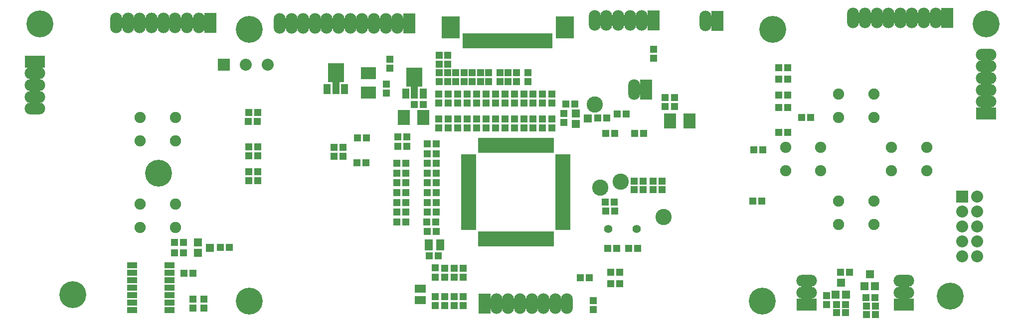
<source format=gts>
G04 (created by PCBNEW-RS274X (2011-07-04 BZR 3037)-stable) date 8/07/2011 2:08:27 p.m.*
G01*
G70*
G90*
%MOIN*%
G04 Gerber Fmt 3.4, Leading zero omitted, Abs format*
%FSLAX34Y34*%
G04 APERTURE LIST*
%ADD10C,0.006000*%
%ADD11R,0.080000X0.080000*%
%ADD12C,0.080000*%
%ADD13O,0.079100X0.138100*%
%ADD14R,0.079100X0.138100*%
%ADD15O,0.138100X0.079100*%
%ADD16R,0.138100X0.079100*%
%ADD17C,0.075000*%
%ADD18R,0.030000X0.100000*%
%ADD19R,0.120000X0.150000*%
%ADD20R,0.047600X0.067200*%
%ADD21R,0.047600X0.098700*%
%ADD22R,0.106600X0.130300*%
%ADD23R,0.055000X0.075000*%
%ADD24C,0.180000*%
%ADD25R,0.100000X0.080000*%
%ADD26R,0.080000X0.100000*%
%ADD27R,0.037700X0.098700*%
%ADD28R,0.098700X0.037700*%
%ADD29R,0.065000X0.040000*%
%ADD30R,0.075000X0.055000*%
%ADD31R,0.045000X0.051500*%
%ADD32R,0.051500X0.045000*%
%ADD33C,0.108600*%
%ADD34C,0.055000*%
%ADD35R,0.056000X0.056000*%
G04 APERTURE END LIST*
G54D10*
G54D11*
X25784Y-16150D03*
G54D12*
X27260Y-16150D03*
X28736Y-16150D03*
G54D13*
X44804Y-32165D03*
X44017Y-32165D03*
G54D14*
X43229Y-32165D03*
G54D13*
X45591Y-32165D03*
X46379Y-32165D03*
X47166Y-32165D03*
X47953Y-32165D03*
X48740Y-32165D03*
G54D15*
X71260Y-30630D03*
X71260Y-31417D03*
G54D16*
X71260Y-32205D03*
G54D15*
X64763Y-30630D03*
X64763Y-31417D03*
G54D16*
X64763Y-32205D03*
G54D13*
X57992Y-13228D03*
G54D14*
X58780Y-13228D03*
G54D17*
X66890Y-26850D03*
X66890Y-25276D03*
X69252Y-26850D03*
X69252Y-25276D03*
X70433Y-23267D03*
X70433Y-21693D03*
X72795Y-23267D03*
X72795Y-21693D03*
X66890Y-19684D03*
X66890Y-18110D03*
X69252Y-19684D03*
X69252Y-18110D03*
G54D13*
X36614Y-13386D03*
X37402Y-13386D03*
G54D14*
X38189Y-13386D03*
G54D13*
X35827Y-13386D03*
X35039Y-13386D03*
X34252Y-13386D03*
X33465Y-13386D03*
X32677Y-13386D03*
X31890Y-13386D03*
X31102Y-13386D03*
X30315Y-13386D03*
X29528Y-13386D03*
X23326Y-13347D03*
X24113Y-13347D03*
G54D14*
X24901Y-13347D03*
G54D13*
X22539Y-13347D03*
X21751Y-13347D03*
X20964Y-13347D03*
X20177Y-13347D03*
X19390Y-13347D03*
X18602Y-13347D03*
X72598Y-13031D03*
X73385Y-13031D03*
G54D14*
X74173Y-13031D03*
G54D13*
X71811Y-13031D03*
X71023Y-13031D03*
X70236Y-13031D03*
X69449Y-13031D03*
X68662Y-13031D03*
X67874Y-13031D03*
G54D15*
X76772Y-17835D03*
X76772Y-18622D03*
G54D16*
X76772Y-19410D03*
G54D15*
X76772Y-17048D03*
X76772Y-16260D03*
X76772Y-15473D03*
G54D13*
X52952Y-13189D03*
X53739Y-13189D03*
G54D14*
X54527Y-13189D03*
G54D13*
X52165Y-13189D03*
X51377Y-13189D03*
X50590Y-13189D03*
G54D15*
X13150Y-17520D03*
X13150Y-16733D03*
G54D16*
X13150Y-15945D03*
G54D15*
X13150Y-18307D03*
X13150Y-19095D03*
G54D18*
X43878Y-14547D03*
X44078Y-14547D03*
X44273Y-14547D03*
X44468Y-14547D03*
X44668Y-14547D03*
X44863Y-14547D03*
X45058Y-14547D03*
X45258Y-14547D03*
X45453Y-14547D03*
X45648Y-14547D03*
X43681Y-14547D03*
X45848Y-14547D03*
X46043Y-14547D03*
X43484Y-14547D03*
X47618Y-14547D03*
X46238Y-14547D03*
X46438Y-14547D03*
X46633Y-14547D03*
X46828Y-14547D03*
X47028Y-14547D03*
X47223Y-14547D03*
X47418Y-14547D03*
X43287Y-14547D03*
X43091Y-14547D03*
X42894Y-14547D03*
X42697Y-14547D03*
X42500Y-14547D03*
X42303Y-14547D03*
X42106Y-14547D03*
X41909Y-14547D03*
G54D19*
X48588Y-13667D03*
X40958Y-13667D03*
G54D20*
X37952Y-18071D03*
G54D21*
X38543Y-17914D03*
G54D20*
X39134Y-18071D03*
G54D22*
X38543Y-16969D03*
G54D23*
X40257Y-28228D03*
X39507Y-28228D03*
G54D24*
X61811Y-31969D03*
X62480Y-13780D03*
X27480Y-31969D03*
X27480Y-13780D03*
X21417Y-23425D03*
G54D20*
X32696Y-17776D03*
G54D21*
X33287Y-17619D03*
G54D20*
X33878Y-17776D03*
G54D22*
X33287Y-16674D03*
G54D11*
X75150Y-24988D03*
G54D12*
X76150Y-24988D03*
X75150Y-25988D03*
X76150Y-25988D03*
X75150Y-26988D03*
X76150Y-26988D03*
X75150Y-27988D03*
X76150Y-27988D03*
X75150Y-28988D03*
X76150Y-28988D03*
G54D25*
X35473Y-16711D03*
X35473Y-18011D03*
G54D26*
X37834Y-19685D03*
X39134Y-19685D03*
G54D27*
X45159Y-27831D03*
X44844Y-27831D03*
X44529Y-27831D03*
X44214Y-27831D03*
X43899Y-27831D03*
X43584Y-27831D03*
X43269Y-27831D03*
X42954Y-27831D03*
X47682Y-27831D03*
X47682Y-21535D03*
X42954Y-21535D03*
X45477Y-27831D03*
X45792Y-27831D03*
X46107Y-27831D03*
X46422Y-27831D03*
X46737Y-27831D03*
X47052Y-27831D03*
X47367Y-27831D03*
X47367Y-21535D03*
X47052Y-21535D03*
X46737Y-21535D03*
X46422Y-21535D03*
X46107Y-21535D03*
X45792Y-21535D03*
X45477Y-21535D03*
X45159Y-21535D03*
X44844Y-21535D03*
X44529Y-21535D03*
X44214Y-21535D03*
X43899Y-21535D03*
X43584Y-21535D03*
X43269Y-21535D03*
G54D28*
X42166Y-27047D03*
X42166Y-26733D03*
X42166Y-26417D03*
X42166Y-26103D03*
X42166Y-25787D03*
X42166Y-25473D03*
X42166Y-24527D03*
X42166Y-23897D03*
X42166Y-23583D03*
X42166Y-25157D03*
X42166Y-24843D03*
X42166Y-24213D03*
X42166Y-23267D03*
X42166Y-22953D03*
X42166Y-22637D03*
X42166Y-22323D03*
X48466Y-27047D03*
X48466Y-26733D03*
X48466Y-26417D03*
X48466Y-26103D03*
X48466Y-25787D03*
X48466Y-25473D03*
X48466Y-25157D03*
X48466Y-24843D03*
X48466Y-24527D03*
X48466Y-24213D03*
X48466Y-23897D03*
X48466Y-23583D03*
X48466Y-23267D03*
X48466Y-22953D03*
X48466Y-22637D03*
X48466Y-22323D03*
G54D29*
X22167Y-32574D03*
X22167Y-32074D03*
X22167Y-31574D03*
X22167Y-31074D03*
X22167Y-30574D03*
X22167Y-30074D03*
X22167Y-29574D03*
X19667Y-29574D03*
X19667Y-30074D03*
X19667Y-31074D03*
X19667Y-31574D03*
X19667Y-32074D03*
X19667Y-32574D03*
X19667Y-30574D03*
G54D30*
X38917Y-31910D03*
X38917Y-31160D03*
G54D31*
X37977Y-26683D03*
X37377Y-26683D03*
X37977Y-26033D03*
X37377Y-26033D03*
X37977Y-24065D03*
X37377Y-24065D03*
X37977Y-22756D03*
X37377Y-22756D03*
X38539Y-18819D03*
X39139Y-18819D03*
X37977Y-25384D03*
X37377Y-25384D03*
X37977Y-24724D03*
X37377Y-24724D03*
X37977Y-23406D03*
X37377Y-23406D03*
X38017Y-21614D03*
X37417Y-21614D03*
X53450Y-28465D03*
X52850Y-28465D03*
X51472Y-28465D03*
X52072Y-28465D03*
G54D32*
X36654Y-17455D03*
X36654Y-18055D03*
G54D31*
X40143Y-28937D03*
X39543Y-28937D03*
G54D32*
X24449Y-32466D03*
X24449Y-31866D03*
G54D31*
X52102Y-19449D03*
X52702Y-19449D03*
X39985Y-27323D03*
X39385Y-27323D03*
G54D32*
X36890Y-15801D03*
X36890Y-16401D03*
G54D31*
X33765Y-22283D03*
X33165Y-22283D03*
G54D32*
X39921Y-31669D03*
X39921Y-32269D03*
X40551Y-31669D03*
X40551Y-32269D03*
X50512Y-31944D03*
X50512Y-32544D03*
G54D31*
X33765Y-21693D03*
X33165Y-21693D03*
X53264Y-20748D03*
X53864Y-20748D03*
G54D32*
X41181Y-31669D03*
X41181Y-32269D03*
X41811Y-31669D03*
X41811Y-32269D03*
X46142Y-16669D03*
X46142Y-17269D03*
X44251Y-16669D03*
X44251Y-17269D03*
X42953Y-16669D03*
X42953Y-17269D03*
X41850Y-16669D03*
X41850Y-17269D03*
X43504Y-16669D03*
X43504Y-17269D03*
X42402Y-16669D03*
X42402Y-17269D03*
X41299Y-16669D03*
X41299Y-17269D03*
X45354Y-17269D03*
X45354Y-16669D03*
X44803Y-16669D03*
X44803Y-17269D03*
G54D31*
X37417Y-20984D03*
X38017Y-20984D03*
X39385Y-21457D03*
X39985Y-21457D03*
X39975Y-26683D03*
X39375Y-26683D03*
X39985Y-25384D03*
X39385Y-25384D03*
X39985Y-24065D03*
X39385Y-24065D03*
X39985Y-22756D03*
X39385Y-22756D03*
G54D32*
X41181Y-29779D03*
X41181Y-30379D03*
G54D31*
X39985Y-26033D03*
X39385Y-26033D03*
X39986Y-24724D03*
X39386Y-24724D03*
X39985Y-23406D03*
X39385Y-23406D03*
X39985Y-22106D03*
X39385Y-22106D03*
X51304Y-25335D03*
X51904Y-25335D03*
X54493Y-23947D03*
X55093Y-23947D03*
G54D32*
X39921Y-29764D03*
X39921Y-30379D03*
X40551Y-29779D03*
X40551Y-30379D03*
X41811Y-29779D03*
X41811Y-30379D03*
G54D31*
X51314Y-25935D03*
X51914Y-25935D03*
X54493Y-24508D03*
X55093Y-24508D03*
X52249Y-30826D03*
X51649Y-30826D03*
X49621Y-30413D03*
X50221Y-30413D03*
X23726Y-30118D03*
X23126Y-30118D03*
G54D32*
X23740Y-32466D03*
X23740Y-31866D03*
G54D31*
X50803Y-19724D03*
X51403Y-19724D03*
G54D32*
X48543Y-20024D03*
X48543Y-19424D03*
G54D31*
X49276Y-18780D03*
X48676Y-18780D03*
G54D32*
X40748Y-15527D03*
X40748Y-16127D03*
X40748Y-17269D03*
X40748Y-16669D03*
X40197Y-17269D03*
X40197Y-16669D03*
X40197Y-15526D03*
X40197Y-16126D03*
X40177Y-19779D03*
X40177Y-20379D03*
X41437Y-19779D03*
X41437Y-20379D03*
X42697Y-19779D03*
X42697Y-20379D03*
X43957Y-19779D03*
X43957Y-20379D03*
X40177Y-18125D03*
X40177Y-18725D03*
X41437Y-18125D03*
X41437Y-18725D03*
X42697Y-18125D03*
X42697Y-18725D03*
X43957Y-18125D03*
X43957Y-18725D03*
X40807Y-19779D03*
X40807Y-20379D03*
X42067Y-19779D03*
X42067Y-20379D03*
X43327Y-19779D03*
X43327Y-20379D03*
X44587Y-19779D03*
X44587Y-20379D03*
X40807Y-18125D03*
X40807Y-18725D03*
X42067Y-18125D03*
X42067Y-18725D03*
X43327Y-18125D03*
X43327Y-18725D03*
X44587Y-18125D03*
X44587Y-18725D03*
X47106Y-19779D03*
X47106Y-20379D03*
X45846Y-19779D03*
X45846Y-20379D03*
X47736Y-19779D03*
X47736Y-20379D03*
X46476Y-19779D03*
X46476Y-20379D03*
X45217Y-19779D03*
X45217Y-20379D03*
X47736Y-18125D03*
X47736Y-18725D03*
X46476Y-18125D03*
X46476Y-18725D03*
X45217Y-18125D03*
X45217Y-18725D03*
X47106Y-18125D03*
X47106Y-18725D03*
X45846Y-18125D03*
X45846Y-18725D03*
G54D31*
X51916Y-20748D03*
X51316Y-20748D03*
G54D24*
X76772Y-13425D03*
X74370Y-31653D03*
X13504Y-13425D03*
X15709Y-31535D03*
G54D26*
X56933Y-19913D03*
X55633Y-19913D03*
G54D17*
X63347Y-23267D03*
X63347Y-21693D03*
X65709Y-23267D03*
X65709Y-21693D03*
X20197Y-21259D03*
X20197Y-19685D03*
X22559Y-21259D03*
X22559Y-19685D03*
X20197Y-27047D03*
X20197Y-25473D03*
X22559Y-27047D03*
X22559Y-25473D03*
G54D31*
X34739Y-21063D03*
X35339Y-21063D03*
X34700Y-22717D03*
X35300Y-22717D03*
X67623Y-30039D03*
X67023Y-30039D03*
X28056Y-23327D03*
X27456Y-23327D03*
X61157Y-25276D03*
X61757Y-25276D03*
X68745Y-31742D03*
X69345Y-31742D03*
G54D32*
X66101Y-31629D03*
X66101Y-32229D03*
G54D31*
X66747Y-32756D03*
X67347Y-32756D03*
X62889Y-19016D03*
X63489Y-19016D03*
X28036Y-19961D03*
X27436Y-19961D03*
X62889Y-16339D03*
X63489Y-16339D03*
X28056Y-23917D03*
X27456Y-23917D03*
X68755Y-32323D03*
X69355Y-32323D03*
X61235Y-21850D03*
X61835Y-21850D03*
X28056Y-21653D03*
X27456Y-21653D03*
X62889Y-17126D03*
X63489Y-17126D03*
X28052Y-19346D03*
X27452Y-19346D03*
X62889Y-18189D03*
X63489Y-18189D03*
X62889Y-20669D03*
X63489Y-20669D03*
X64424Y-19685D03*
X65024Y-19685D03*
X28056Y-22244D03*
X27456Y-22244D03*
X67346Y-32205D03*
X66746Y-32205D03*
G54D33*
X50591Y-18819D03*
X55197Y-26339D03*
G54D31*
X68755Y-32874D03*
X69355Y-32874D03*
G54D34*
X53402Y-27165D03*
X51480Y-27165D03*
G54D31*
X53224Y-23947D03*
X53824Y-23947D03*
X53224Y-24508D03*
X53824Y-24508D03*
G54D33*
X50955Y-24390D03*
X52333Y-23986D03*
G54D35*
X69336Y-30971D03*
X68636Y-30971D03*
X68986Y-30171D03*
X67396Y-31542D03*
X66696Y-31542D03*
X67046Y-30742D03*
X49324Y-20114D03*
X49324Y-19414D03*
X50124Y-19764D03*
G54D31*
X22511Y-28055D03*
X23111Y-28055D03*
X26158Y-28390D03*
X25558Y-28390D03*
X22511Y-28736D03*
X23111Y-28736D03*
G54D35*
X24049Y-28756D03*
X24049Y-28056D03*
X24849Y-28406D03*
G54D32*
X55303Y-18354D03*
X55303Y-18954D03*
X55933Y-18354D03*
X55933Y-18954D03*
G54D13*
X53232Y-17811D03*
G54D14*
X54020Y-17811D03*
G54D32*
X54520Y-15709D03*
X54520Y-15109D03*
G54D31*
X52249Y-30039D03*
X51649Y-30039D03*
M02*

</source>
